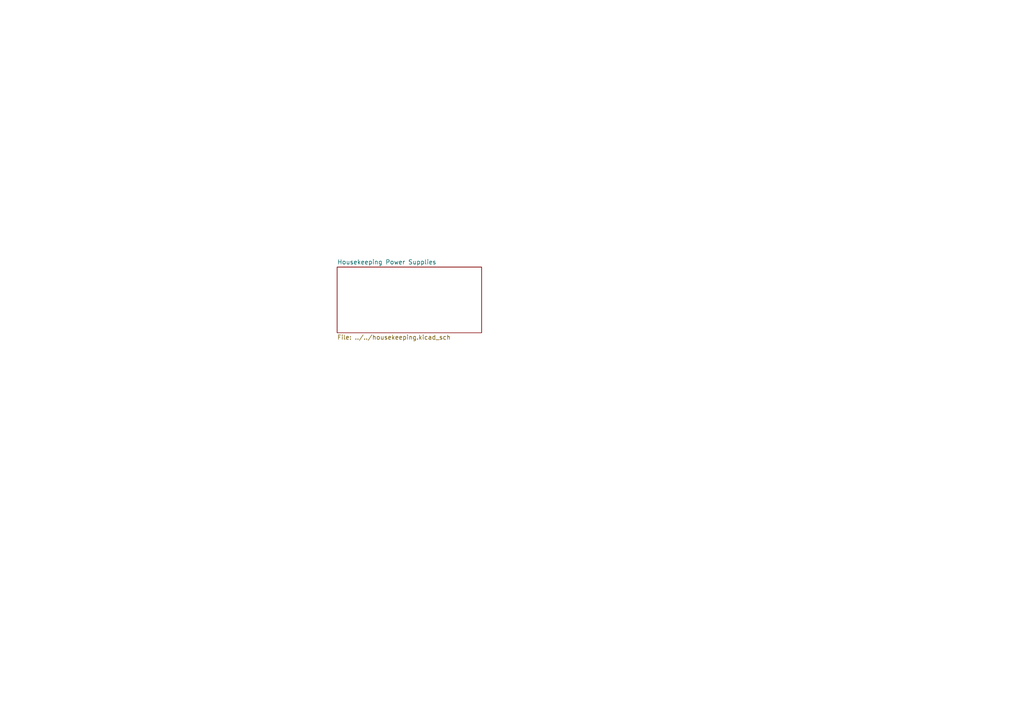
<source format=kicad_sch>
(kicad_sch
	(version 20250114)
	(generator "eeschema")
	(generator_version "9.0")
	(uuid "d2a5f610-b666-4f42-b17a-f8b6e55a52c2")
	(paper "A4")
	(lib_symbols)
	(sheet
		(at 97.79 77.47)
		(size 41.91 19.05)
		(exclude_from_sim no)
		(in_bom yes)
		(on_board yes)
		(dnp no)
		(fields_autoplaced yes)
		(stroke
			(width 0.1524)
			(type solid)
		)
		(fill
			(color 0 0 0 0.0000)
		)
		(uuid "cf44cff7-953d-44e5-a075-e68fa0d90013")
		(property "Sheetname" "Housekeeping Power Supplies"
			(at 97.79 76.7584 0)
			(effects
				(font
					(size 1.27 1.27)
				)
				(justify left bottom)
			)
		)
		(property "Sheetfile" "../../housekeeping.kicad_sch"
			(at 97.79 97.1046 0)
			(effects
				(font
					(size 1.27 1.27)
				)
				(justify left top)
			)
		)
		(instances
			(project "Housekeeping Rev1"
				(path "/d2a5f610-b666-4f42-b17a-f8b6e55a52c2"
					(page "2")
				)
			)
		)
	)
	(sheet_instances
		(path "/"
			(page "1")
		)
	)
	(embedded_fonts no)
)

</source>
